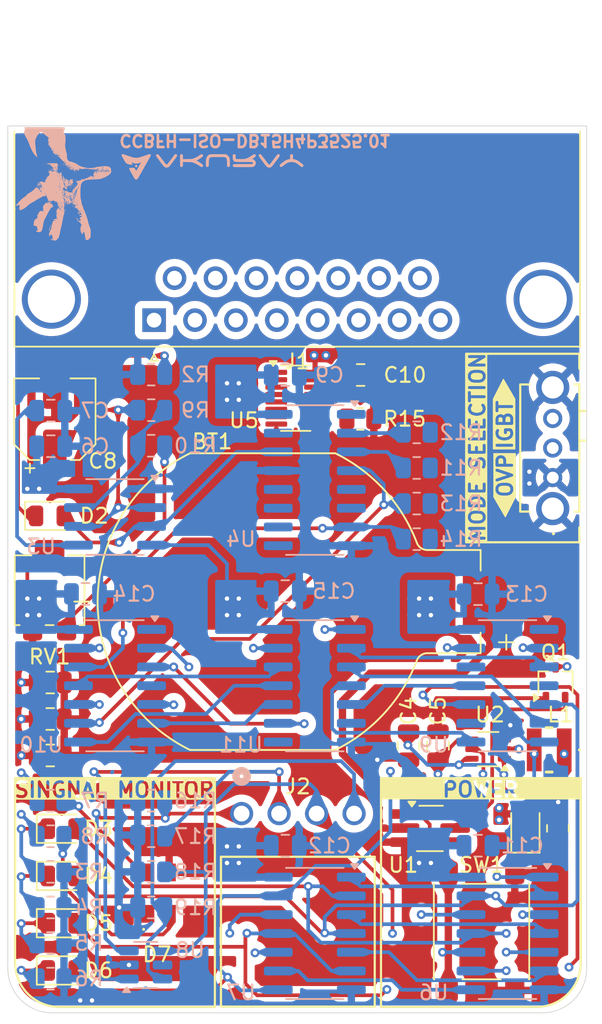
<source format=kicad_pcb>
(kicad_pcb (version 20241229) (generator "pcbnew") (generator_version "9.0")
  (layers (0 "F.Cu" signal) (4 "In1.Cu" signal) (6 "In2.Cu" signal) (2 "B.Cu" signal) (13 "F.Paste" user) (15 "B.Paste" user) (5 "F.SilkS" user "F.Silkscreen") (7 "B.SilkS" user "B.Silkscreen") (1 "F.Mask" user) (3 "B.Mask" user) (25 "Edge.Cuts" user))
  (net 0 "")
  (net 1 "GND")
  (net 2 "VCC")
  (net 3 "Net-(Q1-D)")
  (net 4 "Net-(U3-CV)")
  (net 5 "Net-(U3-THR)")
  (net 6 "Net-(D1-K)")
  (net 7 "CLK")
  (net 8 "Net-(D2-K)")
  (net 9 "Q0")
  (net 10 "Net-(D3-K)")
  (net 11 "Net-(D4-K)")
  (net 12 "Q1")
  (net 13 "Q2")
  (net 14 "Net-(D5-K)")
  (net 15 "Net-(D6-K)")
  (net 16 "Q3")
  (net 17 "Net-(D7-A_RED)")
  (net 18 "Net-(D7-A_GREEN)")
  (net 19 "+BATT")
  (net 20 "Net-(U5-S2B)")
  (net 21 "Net-(U5-S1B)")
  (net 22 "Net-(U5-S1A)")
  (net 23 "Net-(J1-P10)")
  (net 27 "Net-(U2-L)")
  (net 28 "Net-(Q1-S)")
  (net 29 "R")
  (net 30 "G")
  (net 31 "Net-(U3-DIS)")
  (net 32 "Net-(R10-Pad1)")
  (net 33 "Net-(U5-D1)")
  (net 34 "Net-(U5-D2)")
  (net 35 "Net-(U5-D3)")
  (net 36 "Net-(U5-D4)")
  (net 37 "Net-(SW1-B)")
  (net 44 "NOT_S1")
  (net 45 "Net-(U4-Q4)")
  (net 47 "Net-(U6-Pad2)")
  (net 48 "Net-(U6-Pad6)")
  (net 49 "NOT_S0")
  (net 50 "S1")
  (net 51 "S0")
  (net 52 "S2")
  (net 53 "S3")
  (net 54 "NOT_S2")
  (net 55 "NOT_S3")
  (net 56 "Net-(U6-Pad4)")
  (net 57 "Net-(U10-Pad3)")
  (net 58 "Net-(U6-Pad8)")
  (net 60 "Net-(U11-Pad3)")
  (net 61 "Net-(U11-Pad2)")
  (net 62 "Net-(U11-Pad5)")
  (net 63 "Net-(U10-Pad11)")
  (net 64 "Net-(U11-Pad4)")
  (net 65 "Net-(U10-Pad8)")
  (net 66 "Net-(U10-Pad6)")
  (net 67 "Net-(SW2-COM)")
  (net 71 "Net-(J1-P9)")
  (net 73 "Net-(J1-P111)")
  (net 77 "Net-(U8-I{slash}O4)")
  (net 78 "Net-(U8-I{slash}O3)")
  (net 79 "Net-(U8-I{slash}O2)")
  (net 80 "Net-(U8-I{slash}O1)")
  (footprint "Capacitor_SMD:C_0805_2012Metric" (layer "F.Cu") (at 134.74 114.188125)
    (property "Reference" "C3" (hide yes))
    (property "Value" "10u")
  )
  (footprint "Capacitor_SMD:C_0805_2012Metric" (layer "F.Cu") (at 134.74 109.251875)
    (property "Reference" "C1" (hide yes))
    (property "Value" "10u")
  )
  (footprint "Package_TO_SOT_SMD:TSOT-23-6_HandSoldering" (layer "F.Cu") (at 160.45 119.1)
    (property "Reference" "U1")
    (property "Value" "MAX16054AZT_T")
  )
  (footprint "Capacitor_SMD:C_0805_2012Metric" (layer "F.Cu") (at 159.01 113.535 -90)
    (property "Reference" "C4")
    (property "Value" "10u")
  )
  (footprint "Package_TO_SOT_SMD:SOT-323_SC-70" (layer "F.Cu") (at 168.96 109.23 90)
    (property "Reference" "Q1")
    (property "Value" "PMOS")
  )
  (footprint "Connector_Dsub:DSUB-15_Socket_Horizontal_P2.77x2.84mm_EdgePinOffset9.90mm_Housed_MountingHolesOffset11.32mm" (layer "F.Cu") (at 141.775 84.74 180)
    (property "Reference" "J1")
    (property "Value" "DA15_Socket")
  )
  (footprint "Capacitor_SMD:C_0805_2012Metric" (layer "F.Cu") (at 134.74 111.72)
    (property "Reference" "C2" (hide yes))
    (property "Value" "10u")
  )
  (footprint "Connector:CONN_A-7478-04A_MOL" (layer "F.Cu") (at 147.7 118.12)
    (property "Reference" "J2")
    (property "Value" "LEMHAL Header")
  )
  (footprint "LED_SMD:LED_0805_2012Metric" (layer "F.Cu") (at 135.516915 125.535834)
    (property "Reference" "D5")
    (property "Value" "LED")
  )
  (footprint "Package_SO:Texas_DYY0016A_TSOT-23-16_2x4.2mm_P0.5mm" (layer "F.Cu") (at 151.36381 90.02)
    (property "Reference" "U5")
    (property "Value" "TMUX1574DYY")
  )
  (footprint "LED_SMD:AAA3528ESGCT" (layer "F.Cu") (at 142.066915 123.5 -90)
    (property "Reference" "D7")
    (property "Value" "AAA3528ESGCT" (hide yes))
  )
  (footprint "Resistor_SMD:R_0805_2012Metric" (layer "F.Cu") (at 155.74381 91.42)
    (property "Reference" "R15")
    (property "Value" "100k")
  )
  (footprint "LED_SMD:LED_0805_2012Metric" (layer "F.Cu") (at 135.516915 128.731667)
    (property "Reference" "D6")
    (property "Value" "LED")
  )
  (footprint "Resistor_SMD:R_0805_2012Metric" (layer "F.Cu") (at 169.12 119.12 90)
    (property "Reference" "R1" (hide yes))
    (property "Value" "2.2k")
  )
  (footprint "Button_Switch_THT:OS102011MA1QS1" (layer "F.Cu") (at 168.77 95.39 90)
    (property "Reference" "SW2" (hide yes))
    (property "Value" "OS102011MA1QS1" (hide yes))
  )
  (footprint "Connector:KEYSTONE_1070TR" (layer "F.Cu") (at 149.12675 103.78 180)
    (property "Reference" "BT1")
    (property "Value" "1070TR")
  )
  (footprint "Capacitor_SMD:C_0805_2012Metric" (layer "F.Cu") (at 161 113.535 90)
    (property "Reference" "C5")
    (property "Value" "10u")
  )
  (footprint "LED_SMD:LED_0805_2012Metric" (layer "F.Cu") (at 135.516915 122.34)
    (property "Reference" "D4")
    (property "Value" "LED")
  )
  (footprint "LED_SMD:LED_0805_2012Metric" (layer "F.Cu") (at 166.92 119.08 90)
    (property "Reference" "D1" (hide yes))
    (property "Value" "LED")
  )
  (footprint "LED_SMD:LED_0805_2012Metric" (layer "F.Cu") (at 135.516915 119.144167)
    (property "Reference" "D3")
    (property "Value" "LED")
  )
  (footprint "Package_TO_SOT_SMD:Texas_R-PDSO-G6" (layer "F.Cu") (at 164.4 113.76 180)
    (property "Reference" "U2")
    (property "Value" "TPS61221DCK")
  )
  (footprint "Button_Switch_SMD:SW_SPST_PTS645Sx43SMTR92" (layer "F.Cu") (at 163.949921 126.1 -90)
    (property "Reference" "SW1")
    (property "Value" "SW_SPST")
  )
  (footprint "Capacitor_SMD:C_0805_2012Metric" (layer "F.Cu") (at 155.76381 88.45)
    (property "Reference" "C10")
    (property "Value" "100n")
  )
  (footprint "Capacitor_SMD:CP_Elec_5x4.5" (layer "F.Cu") (at 135.05 91.44 90)
    (property "Reference" "C8")
    (property "Value" "4.7u")
  )
  (footprint "Potentiometer_SMD:Potentiometer_Bourns_3314G_Vertical" (layer "F.Cu") (at 134.7 103.01 180)
    (property "Reference" "RV1")
    (property "Value" "100k")
  )
  (footprint "Inductor_SMD:EPL3015472MLC" (layer "F.Cu") (at 168.53 113.81 180)
    (property "Reference" "L1")
    (property "Value" "4.7u" (hide yes))
  )
  (footprint "LED_SMD:LED_0805_2012Metric" (layer "F.Cu") (at 134.72 97.98)
    (property "Reference" "D2")
    (property "Value" "Y LED")
  )
  (footprint "Package_SO:SOIC-16_3.9x9.9mm_P1.27mm" (layer "B.Cu") (at 152.656845 95.555 180)
    (property "Reference" "U4")
    (property "Value" "4017")
  )
  (footprint "Package_SO:SOIC-14_3.9x8.7mm_P1.27mm" (layer "B.Cu") (at 165.71 109.47 180)
    (property "Reference" "U9")
    (property "Value" "7408")
  )
  (footprint "Capacitor_SMD:C_0805_2012Metric" (layer "B.Cu") (at 134.78 90.858125)
    (property "Reference" "C7")
    (property "Value" "10n")
  )
  (footprint "Symbol:akuray logo (miniature)" (layer "B.Cu") (at 140.565 74.369948)
    (property "Reference" "G***" (hide yes))
    (property "Value" "LOGO" (hide yes))
  )
  (footprint "Capacitor_SMD:C_0805_2012Metric" (layer "B.Cu") (at 150.656845 120.29)
    (property "Reference" "C12")
    (property "Value" "100n")
  )
  (footprint "Resistor_SMD:R_0805_2012Metric" (layer "B.Cu") (at 159.56 99.555)
    (property "Reference" "R14")
    (property "Value" "1k")
  )
  (footprint "Capacitor_SMD:C_0805_2012Metric" (layer "B.Cu") (at 163.71 103.2725)
    (property "Reference" "C13")
    (property "Value" "100n")
  )
  (footprint "Package_TO_SOT_SMD:SOT-23-6" (layer "B.Cu") (at 141.21 128.36)
    (property "Reference" "U8")
    (property "Value" "USBLC6-4SC6")
  )
  (footprint "Package_SO:SOIC-14_3.9x8.7mm_P1.27mm" (layer "B.Cu") (at 165.71 126.2275 180)
    (property "Reference" "U6")
    (property "Value" "74HC14")
  )
  (footprint "Resistor_SMD:R_0805_2012Metric" (layer "B.Cu") (at 141.58 90.828125)
    (property "Reference" "R9")
    (property "Value" "10k")
  )
  (footprint "Resistor_SMD:R_0805_2012Metric" (layer "B.Cu") (at 134.76 119.6525 180)
    (property "Reference" "R8")
    (property "Value" "2.2k")
  )
  (footprint "Resistor_SMD:R_0805_2012Metric" (layer "B.Cu") (at 141.58 124.46875 180)
    (property "Reference" "R19")
    (property "Value" "100k")
  )
  (footprint "Resistor_SMD:R_0805_2012Metric" (layer "B.Cu") (at 134.76 124.46875)
    (property "Reference" "R4")
    (property "Value" "2.2k")
  )
  (footprint "Capacitor_SMD:C_0805_2012Metric" (layer "B.Cu") (at 150.656845 103.07)
    (property "Reference" "C15")
    (property "Value" "100n")
  )
  (footprint "Capacitor_SMD:C_0805_2012Metric" (layer "B.Cu") (at 134.78 93.26625)
    (property "Reference" "C6")
    (property "Value" "100n")
  )
  (footprint "Resistor_SMD:R_0805_2012Metric" (layer "B.Cu") (at 134.76 126.876875)
    (property "Reference" "R5")
    (property "Value" "2.2k")
  )
  (footprint "Resistor_SMD:R_0805_2012Metric" (layer "B.Cu") (at 159.56 92.330625)
    (property "Reference" "R12")
    (property "Value" "1k")
  )
  (footprint "Capacitor_SMD:C_0805_2012Metric" (layer "B.Cu") (at 137.1275 103.26)
    (property "Reference" "C14")
    (property "Value" "100n")
  )
  (footprint "Package_SO:SOIC-14_3.9x8.7mm_P1.27mm" (layer "B.Cu") (at 152.656845 109.47 180)
    (property "Reference" "U11")
    (property "Value" "4072")
  )
  (footprint "Resistor_SMD:R_0805_2012Metric" (layer "B.Cu") (at 134.76 129.285)
    (property "Reference" "R6")
    (property "Value" "2.2k")
  )
  (footprint "Resistor_SMD:R_0805_2012Metric" (layer "B.Cu") (at 159.56 94.73875)
    (property "Reference" "R11")
    (property "Value" "1k")
  )
  (footprint "Capacitor_SMD:C_0805_2012Metric" (layer "B.Cu") (at 150.656845 88.45)
    (property "Reference" "C9")
    (property "Value" "100n")
  )
  (footprint "Package_SO:SOIC-14_3.9x8.7mm_P1.27mm" (layer "B.Cu") (at 152.656845 126.2275 180)
    (property "Reference" "U7")
    (property "Value" "74HC14")
  )
  (footprint "Resistor_SMD:R_0805_2012Metric" (layer "B.Cu") (at 159.56 97.146875)
    (property "Reference" "R13")
    (property "Value" "1k")
  )
  (footprint "Resistor_SMD:R_0805_2012Metric" (layer "B.Cu") (at 141.58 119.6525 180)
    (property "Reference" "R17")
    (property "Value" "100k")
  )
  (footprint "Symbol:akuray (miniature)" (layer "B.Cu") (at 146.89 73.97)
    (property "Reference" "G***" (hide yes))
    (property "Value" "LOGO" (hide yes))
  )
  (footprint "Resistor_SMD:R_0805_2012Metric" (layer "B.Cu") (at 134.76 117.244375 180)
    (property "Reference" "R7")
    (property "Value" "2.7k")
  )
  (footprint "Package_SO:SOIC-8_3.9x4.9mm_P1.27mm" (layer "B.Cu") (at 139.1275 98.055 180)
    (property "Reference" "U3")
    (property "Value" "ICM7555xB")
  )
  (footprint "Resistor_SMD:R_0805_2012Metric" (layer "B.Cu") (at 141.58 117.244375 180)
    (property "Reference" "R16")
    (property "Value" "100k")
  )
  (footprint "Package_SO:SOIC-14_3.9x8.7mm_P1.27mm" (layer "B.Cu") (at 139.1275 109.47 180)
    (property "Reference" "U10")
    (property "Value" "7408")
  )
  (footprint "Resistor_SMD:R_0805_2012Metric" (layer "B.Cu") (at 141.58 88.42 180)
    (property "Reference" "R2")
    (property "Value" "2.7k")
  )
  (footprint "Capacitor_SMD:C_0805_2012Metric" (layer "B.Cu") (at 163.71 120.29)
    (property "Reference" "C11")
    (property "Value" "100n")
  )
  (footprint "Resistor_SMD:R_0805_2012Metric" (layer "B.Cu") (at 141.58 93.23625 180)
    (property "Reference" "R10")
    (property "Value" "10k")
  )
  (footprint "Resistor_SMD:R_0805_2012Metric" (layer "B.Cu") (at 141.58 122.060625 180)
    (property "Reference" "R18")
    (property "Value" "100k")
  )
  (footprint "Resistor_SMD:R_0805_2012Metric" (layer "B.Cu") (at 134.76 122.060625)
    (property "Reference" "R3")
    (property "Value" "2.2k")
  )
  (footprint "Symbol:Hand logo 10x10" (layer "B.Cu") (at 135.644424 75.52)
    (property "Reference" "G***" (hide yes))
    (property "Value" "LOGO" (hide yes))
  )
  (gr_line (start 132.36132 115.72) (end 132.36132 128.2) (stroke (width 0.15)) (layer "F.SilkS"))
  (gr_line (start 145.89132 131.2) (end 145.89132 115.72) (stroke (width 0.15)) (layer "F.SilkS"))
  (gr_poly (pts (xy 164.752032 90.076832) (xy 166.20308 90.076832) (xy 165.429636 88.746798)) (stroke (width 0.075)) (fill yes) (layer "F.SilkS"))
  (gr_rect (start 164.752032 90.076832) (end 166.20308 93.450447) (stroke (width 0.075)) (fill no) (layer "F.SilkS"))
  (gr_arc (start 135.36132 131.2) (mid 133.239987 130.321327) (end 132.36132 128.2) (stroke (width 0.15)) (layer "F.SilkS"))
  (gr_line (start 167.671154 131.2) (end 157.141154 131.2) (stroke (width 0.15)) (layer "F.SilkS"))
  (gr_line (start 162.91 99.765) (end 170.57 99.765) (stroke (width 0.15)) (layer "F.SilkS"))
  (gr_line (start 170.671154 115.72) (end 170.671154 128.2) (stroke (width 0.15)) (layer "F.SilkS"))
  (gr_rect (start 164.786508 93.769554) (end 166.237556 96.703169) (stroke (width 0.075)) (fill no) (layer "F.SilkS"))
  (gr_line (start 170.57 88.015) (end 170.57 87.015) (stroke (width 0.15)) (layer "F.SilkS"))
  (gr_line (start 162.91 87.015) (end 162.91 99.765) (stroke (width 0.15)) (layer "F.SilkS"))
  (gr_arc (start 170.671154 128.2) (mid 169.792472 130.321304) (end 167.671154 131.2) (stroke (width 0.15)) (layer "F.SilkS"))
  (gr_poly (pts (xy 166.237556 96.703169) (xy 164.786508 96.703169) (xy 165.559952 98.033203)) (stroke (width 0.075)) (fill yes) (layer "F.SilkS"))
  (gr_line (start 145.89132 115.72) (end 132.36132 115.72) (stroke (width 0.15)) (layer "F.SilkS"))
  (gr_line (start 135.36132 131.2) (end 145.89132 131.2) (stroke (width 0.15)) (layer "F.SilkS"))
  (gr_line (start 170.57 99.765) (end 170.57 98.765) (stroke (width 0.15)) (layer "F.SilkS"))
  (gr_line (start 157.141154 131.2) (end 157.141154 115.72) (stroke (width 0.15)) (layer "F.SilkS"))
  (gr_poly (pts (xy 166.370211 115.7) (xy 170.640211 115.7) (xy 170.640211 117.16) (xy 166.370211 117.16)) (fill yes) (layer "F.SilkS"))
  (gr_line (start 157.141154 115.72) (end 170.671154 115.72) (stroke (width 0.15)) (layer "F.SilkS"))
  (gr_poly (pts (xy 157.13 115.67) (xy 161.23 115.67) (xy 161.23 117.13) (xy 157.13 117.13)) (fill yes) (layer "F.SilkS"))
  (gr_line (start 162.91 87.015) (end 170.57 87.015) (stroke (width 0.15)) (layer "F.SilkS"))
  (gr_arc (start 171.07 128.6) (mid 170.19132 130.72132) (end 168.07 131.6) (stroke (width 0.05)) (layer "Edge.Cuts"))
  (gr_arc (start 134.87 131.6) (mid 132.74868 130.72132) (end 131.87 128.6) (stroke (width 0.05)) (layer "Edge.Cuts"))
  (gr_line (start 168.07 131.6) (end 134.87 131.6) (stroke (width 0.05)) (layer "Edge.Cuts"))
  (gr_line (start 131.87 71.6) (end 131.87 128.6) (stroke (width 0.05)) (layer "Edge.Cuts"))
  (gr_line (start 171.07 71.6) (end 131.87 71.6) (stroke (width 0.05)) (layer "Edge.Cuts"))
  (gr_line (start 171.07 71.6) (end 171.07 128.6) (stroke (width 0.05)) (layer "Edge.Cuts"))
  (gr_text "SINGNAL MONITOR" (at 132.20632 117.1 0) (layer "F.SilkS" knockout) (effects (font (size 1 1) (thickness 0.2) (bold yes)) (justify left bottom)))
  (gr_text "--.-POWER.........\n" (at 157.001154 117.08 0) (layer "F.SilkS" knockout) (effects (font (size 1 1) (thickness 0.2) (bold yes)) (justify left bottom)))
  (gr_text "MODE SELECTION" (at 164.26 99.86 90) (layer "F.SilkS" knockout) (effects (font (size 1 1) (thickness 0.2) (bold yes)) (justify left bottom)))
  (gr_text "IGBT" (at 166.127556 93.573169 90) (layer "F.SilkS" knockout) (effects (font (size 1 1) (thickness 0.2) (bold yes)) (justify left bottom)))
  (gr_text "OVP" (at 166.127556 96.829554 90) (layer "F.SilkS" knockout) (effects (font (size 1 1) (thickness 0.2) (bold yes)) (justify left bottom)))
  (gr_text "CCBFH-ISO-DB15H4P3525.01" (at 139.323873 72.119948 180) (layer "B.SilkS") (effects (font (size 0.8 0.8) (thickness 0.18) (bold yes)) (justify left bottom mirror)))
  (segment (start 165.51 112.53) (end 165.51 113.1) (width 0.25) (layer "F.Cu") (net 1))
  (segment (start 139.41 124.49) (end 139.41 124.46875) (width 0.25) (layer "F.Cu") (net 1))
  (segment (start 139.41 124.46875) (end 139.41 124.71) (width 0.25) (layer "F.Cu") (net 1))
  (segment (start 169.12 117.36) (end 169.14 117.34) (width 0.25) (layer "F.Cu") (net 1))
  (segment (start 169.12 118.2075) (end 169.12 117.36) (width 0.25) (layer "F.Cu") (net 1))
  (segment (start 159.01 114.485) (end 156.895 114.485) (width 0.25) (layer "F.Cu") (net 1))
  (segment (start 139.41 124.71) (end 139.6 124.9) (width 0.25) (layer "F.Cu") (net 1))
  (segment (start 156.895 114.485) (end 156.89 114.48) (width 0.25) (layer "F.Cu") (net 1))
  (segment (start 165.9 112.14) (end 165.51 112.53) (width 0.25) (layer "F.Cu") (net 1))
  (segment (start 165.51 113.1) (end 165.5 113.11) (width 0.25) (layer "F.Cu") (net 1))
  (segment (start 139.6 124.9) (end 141.341915 124.9) (width 0.25) (layer "F.Cu") (net 1))
  (via (at 140.0725 128.36) (size 0.6) (drill 0.3) (layers "F.Cu" "B.Cu") (net 1))
  (via (at 137.57 130.76) (size 0.6) (drill 0.3) (layers "F.Cu" "B.Cu") (net 1))
  (via (at 156.89 114.48) (size 0.6) (drill 0.3) (layers "F.Cu" "B.Cu") (net 1))
  (via (at 136.770001 130.76) (size 0.6) (drill 0.3) (layers "F.Cu" "B.Cu") (net 1))
  (via (at 169.14 117.34) (size 0.6) (drill 0.3) (layers "F.Cu" "B.Cu") (net 1))
  (via (at 165.9 112.14) (size 0.6) (drill 0.3) (layers "F.Cu" "B.Cu") (net 1))
  (via (at 139.41 124.46875) (size 0.6) (drill 0.3) (layers "F.Cu" "B.Cu") (net 1))
  (segment (start 167.04 113.28) (end 165.9 112.14) (width 0.25) (layer "B.Cu") (net 1))
  (segment (start 168.185 113.28) (end 167.04 113.28) (width 0.25) (layer "B.Cu") (net 1))
  (segment (start 134.7 100.26) (end 133.19 101.77) (width 0.25) (layer "F.Cu") (net 2))
  (segment (start 161 114.485) (end 161 115.45) (width 0.25) (layer "F.Cu") (net 2))
  (segment (start 163.3 113.11) (end 162.375 113.11) (width 0.25) (layer "F.Cu") (net 2))
  (segment (start 165.959999 113.75) (end 165.949999 113.76) (width 0.25) (layer "F.Cu") (net 2))
  (segment (start 165.949999 113.76) (end 165.5 113.76) (width 0.25) (layer "F.Cu") (net 2))
  (segment (start 166.48 113.75) (end 165.959999 113.75) (width 0.25) (layer "F.Cu") (net 2))
  (segment (start 166.520001 118.542499) (end 166.92 118.1425) (width 0.2) (layer "F.Cu") (net 2))
  (segment (start 133.19 101.77) (end 133.19 103.575) (width 0.25) (layer "F.Cu") (net 2))
  (segment (start 162.375 113.11) (end 161 114.485) (width 0.25) (layer "F.Cu") (net 2))
  (via (at 160.519999 103.575) (size 0.6) (drill 0.3) (layers "F.Cu" "B.Cu") (net 2))
  (via (at 147.509999 103.575) (size 0.6) (drill 0.3) (layers "F.Cu" "B.Cu") (net 2))
  (via (at 133.989999 104.695) (size 0.6) (drill 0.3) (layers "F.Cu" "B.Cu") (net 2))
  (via (at 133.19 103.575) (size 0.6) (drill 0.3) (layers "F.Cu" "B.Cu") (net 2))
  (via (at 132.78 109.251875) (size 0.6) (drill 0.3) (layers "F.Cu" "B.Cu") (net 2))
  (via (at 159.72 104.695) (size 0.6) (drill 0.3) (layers "F.Cu" "B.Cu") (net 2))
  (via (at 133.19 96.15) (size 0.6) (drill 0.3) (layers "F.Cu" "B.Cu") (net 2))
  (via (at 146.710001 89.01) (size 0.6) (drill 0.3) (layers "F.Cu" "B.Cu") (net 2))
  (via (at 159.72 121.46) (size 0.6) (drill 0.3) (layers "F.Cu" "B.Cu") (net 2))
  (via (at 133.989999 103.575) (size 0.6) (drill 0.3) (layers "F.Cu" "B.Cu") (net 2))
  (via (at 152.610001 87.12) (size 0.6) (drill 0.3) (layers "F.Cu" "B.Cu") (net 2))
  (via (at 167.19 94.99) (size 0.6) (drill 0.3) (layers "F.Cu" "B.Cu") (net 2))
  (via (at 146.71 103.575) (size 0.6) (drill 0.3) (layers "F.Cu" "B.Cu") (net 2))
  (via (at 166.48 113.75) (size 0.6) (drill 0.3) (layers "F.Cu" "B.Cu") (net 2))
  (via (at 165.14 118.542499) (size 0.6) (drill 0.3) (layers "F.Cu" "B.Cu") (net 2))
  (via (at 160.519999 104.695) (size 0.6) (drill 0.3) (layers "F.Cu" "B.Cu") (net 2))
  (via (at 153.41 87.12) (size 0.6) (drill 0.3) (layers "F.Cu" "B.Cu") (net 2))
  (via (at 159.72 103.575) (size 0.6) (drill 0.3) (layers "F.Cu" "B.Cu") (net 2))
  (via (at 165.14 117.7425) (size 0.6) (drill 0.3) (layers "F.Cu" "B.Cu") (net 2))
  (via (at 146.71 121.46) (size 0.6) (drill 0.3) (layers "F.Cu" "B.Cu") (net 2))
  (via (at 146.710001 90.13) (size 0.6) (drill 0.3) (layers "F.Cu" "B.Cu") (net 2))
  (via (at 161 115.45) (size 0.6) (drill 0.3) (layers "F.Cu" "B.Cu") (net 2))
  (via (at 147.509999 121.46) (size 0.6) (drill 0.3) (layers "F.Cu" "B.Cu") (net 2))
  (via (at 147.509999 120.34) (size 0.6) (drill 0.3) (layers "F.Cu" "B.Cu") (net 2))
  (via (at 146.71 120.34) (size 0.6) (drill 0.3) (layers "F.Cu" "B.Cu") (net 2))
  (via (at 147.509999 104.695) (size 0.6) (drill 0.3) (layers "F.Cu" "B.Cu") (net 2))
  (via (at 133.989999 96.15) (size 0.6) (drill 0.3) (layers "F.Cu" "B.Cu") (net 2))
  (via (at 147.51 89.01) (size 0.6) (drill 0.3) (layers "F.Cu" "B.Cu") (net 2))
  (via (at 147.51 90.13) (size 0.6) (drill 0.3) (layers "F.Cu" "B.Cu") (net 2))
  (via (at 167.19 95.789999) (size 0.6) (drill 0.3) (layers "F.Cu" "B.Cu") (net 2))
  (via (at 133.19 104.695) (size 0.6) (drill 0.3) (layers "F.Cu" "B.Cu") (net 2))
  (via (at 146.71 104.695) (size 0.6) (drill 0.3) (layers "F.Cu" "B.Cu") (net 2))
  (via (at 132.78 111.72) (size 0.6) (drill 0.3) (layers "F.Cu" "B.Cu") (net 2))
  (via (at 132.78 114.188125) (size 0.6) (drill 0.3) (layers "F.Cu" "B.Cu") (net 2))
  (via (at 160.519999 121.46) (size 0.6) (drill 0.3) (layers "F.Cu" "B.Cu") (net 2))
  (segment (start 145.46 99.96) (end 146.71 101.21) (width 0.25) (layer "B.Cu") (net 2))
  (segment (start 141.6025 99.96) (end 145.46 99.96) (width 0.25) (layer "B.Cu") (net 2))
  (segment (start 146.71 101.21) (end 146.71 103.575) (width 0.25) (layer "B.Cu") (net 2))
  (segment (start 169.74 108.17) (end 169.02 108.17) (width 0.25) (layer "F.Cu") (net 3))
  (segment (start 169.545 114.19) (end 169.545 113.81) (width 0.25) (layer "F.Cu") (net 3))
  (segment (start 158.96 113.485) (end 158.96 112.635) (width 0.25) (layer "F.Cu") (net 3))
  (segment (start 169.545 116.205) (end 169.545 114.19) (width 0.25) (layer "F.Cu") (net 3))
  (segment (start 162.834 114.41) (end 162.42 114.824) (width 0.25) (layer "F.Cu") (net 3))
  (segment (start 169.13 116.63) (end 169.13 116.62) (width 0.25) (layer "F.Cu") (net 3))
  (segment (start 169.13 116.62) (end 169.545 116.205) (width 0.25) (layer "F.Cu") (net 3))
  (segment (start 158.96 112.635) (end 159.01 112.585) (width 0.25) (layer "F.Cu") (net 3))
  (segment (start 165.46 115.48) (end 165.46 116.38) (width 0.25) (layer "F.Cu") (net 3))
  (segment (start 165.71 116.63) (end 169.13 116.63) (width 0.25) (layer "F.Cu") (net 3))
  (segment (start 169.02 108.17) (end 168.96 108.23) (width 0.25) (layer "F.Cu") (net 3))
  (segment (start 165.46 114.45) (end 165.46 115.48) (width 0.25) (layer "F.Cu") (net 3))
  (segment (start 163.3 114.41) (end 162.834 114.41) (width 0.25) (layer "F.Cu") (net 3))
  (segment (start 165.5 114.41) (end 165.46 114.45) (width 0.25) (layer "F.Cu") (net 3))
  (segment (start 165.46 116.38) (end 165.71 116.63) (width 0.25) (layer "F.Cu") (net 3))
  (via (at 165.46 115.48) (size 0.6) (drill 0.3) (layers "F.Cu" "B.Cu") (net 3))
  (via (at 169.74 108.17) (size 0.6) (drill 0.3) (layers "F.Cu" "B.Cu") (net 3))
  (via (at 158.96 113.485) (size 0.6) (drill 0.3) (layers "F.Cu" "B.Cu") (net 3))
  (via (at 162.42 114.824) (size 0.6) (drill 0.3) (layers "F.Cu" "B.Cu") (net 3))
  (via (at 169.545 114.08) (size 0.6) (drill 0.3) (layers "F.Cu" "B.Cu") (net 3))
  (segment (start 165.46 115.48) (end 164.804 114.824) (width 0.25) (layer "B.Cu") (net 3))
  (segment (start 164.804 114.824) (end 162.42 114.824) (width 0.25) (layer "B.Cu") (net 3))
  (segment (start 160.299 114.824) (end 158.96 113.485) (width 0.25) (layer "B.Cu") (net 3))
  (segment (start 162.42 114.824) (end 160.299 114.824) (width 0.25) (layer "B.Cu") (net 3))
  (segment (start 133.83 90.858125) (end 133.081875 90.858125) (width 0.25) (layer "B.Cu") (net 4))
  (segment (start 132.496 91.444) (end 132.496 99.366) (width 0.25) (layer "B.Cu") (net 4))
  (segment (start 132.496 99.366) (end 133.09 99.96) (width 0.25) (layer "B.Cu") (net 4))
  (segment (start 133.081875 90.858125) (end 132.496 91.444) (width 0.25) (layer "B.Cu") (net 4))
  (segment (start 133.09 99.96) (end 136.6525 99.96) (width 0.25) (layer "B.Cu") (net 4))
  (segment (start 135.05 93.64) (end 137.88 90.81) (width 0.25) (layer "F.Cu") (net 5))
  (segment (start 139.34 90.81) (end 139.34 97.42) (width 0.25) (layer "F.Cu") (net 5))
  (segment (start 137.88 90.81) (end 139.43 90.81) (width 0.25) (layer "F.Cu") (net 5))
  (via (at 139.34 97.42) (size 0.6) (drill 0.3) (layers "F.Cu" "B.Cu") (net 5))
  (via (at 139.34 90.81) (size 0.6) (drill 0.3) (layers "F.Cu" "B.Cu") (net 5))
  (segment (start 139.34 97.42) (end 141.6025 97.42) (width 0.25) (layer "B.Cu") (net 5))
  (segment (start 138.07 98.69) (end 139.34 97.42) (width 0.25) (layer "B.Cu") (net 5))
  (segment (start 136.6525 98.69) (end 138.07 98.69) (width 0.25) (layer "B.Cu") (net 5))
  (segment (start 140.649375 90.81) (end 139.43 90.81) (width 0.25) (layer "B.Cu") (net 5))
  (segment (start 139.34 97.42) (end 139.26 97.5) (width 0.25) (layer "B.Cu") (net 5))
  (segment (start 140.6675 90.828125) (end 140.649375 90.81) (width 0.25) (layer "B.Cu") (net 5))
  (segment (start 166.92 120.0175) (end 169.105 120.0175) (width 0.25) (layer "F.Cu") (net 6))
  (segment (start 169.105 120.0175) (end 169.12 120.0325) (width 0.25) (layer "F.Cu") (net 6))
  (segment (start 135.6575 97.98) (end 137.4575 99.78) (width 0.25) (layer "F.Cu") (net 7))
  (segment (start 137.4575 99.78) (end 139.41 99.78) (width 0.25) (layer "F.Cu") (net 7))
  (via (at 139.41 99.78) (size 0.6) (drill 0.3) (layers "F.Cu" "B.Cu") (net 7))
  (segment (start 142.33 98.69) (end 147.37 93.65) (width 0.25) (layer "B.Cu") (net 7))
  (segment (start 141.6025 98.69) (end 140.5 98.69) (width 0.25) (layer "B.Cu") (net 7))
  (segment (start 141.6025 98.69) (end 142.33 98.69) (width 0.25) (layer "B.Cu") (net 7))
  (segment (start 140.5 98.69) (end 139.41 99.78) (width 0.25) (layer "B.Cu") (net 7))
  (segment (start 147.37 93.65) (end 150.181845 93.65) (width 0.25) (layer "B.Cu") (net 7))
  (segment (start 132.564 97.364) (end 132.564 87.816) (width 0.25) (layer "F.Cu") (net 8))
  (segment (start 133.18 97.98) (end 132.564 97.364) (width 0.25) (layer "F.Cu") (net 8))
  (segment (start 132.564 87.816) (end 133.23 87.15) (width 0.25) (layer "F.Cu") (net 8))
  (segment (start 133.23 87.15) (end 142.48 87.15) (width 0.25) (layer "F.Cu") (net 8))
  (segment (start 133.7825 97.98) (end 133.18 97.98) (width 0.25) (layer "F.Cu") (net 8))
  (via (at 142.48 87.15) (size 0.6) (drill 0.3) (layers "F.Cu" "B.Cu") (net 8))
  (segment (start 142.4925 88.42) (end 142.4925 87.1625) (width 0.25) (layer "B.Cu") (net 8))
  (segment (start 142.4925 87.1625) (end 142.48 87.15) (width 0.25) (layer "B.Cu") (net 8))
  (segment (start 155.131845 93.65) (end 157.55875 93.65) (width 0.25) (layer "B.Cu") (net 9))
  (segment (start 157.55875 93.65) (end 158.6475 94.73875) (width 0.25) (layer "B.Cu") (net 9))
  (segment (start 132.850258 119.144167) (end 132.835353 119.159072) (width 0.25) (layer "F.Cu") (net 10))
  (segment (start 134.579415 119.144167) (end 132.850258 119.144167) (width 0.25) (layer "F.Cu") (net 10))
  (via (at 132.78 119.159072) (size 0.6) (drill 0.3) (layers "F.Cu" "B.Cu") (net 10))
  (segment (start 132.78 120.993125) (end 132.78 119.159072) (width 0.25) (layer "B.Cu") (net 10))
  (segment (start 133.8475 122.060625) (end 132.78 120.993125) (width 0.25) (layer "B.Cu") (net 10))
  (segment (start 132.72 122.34) (end 132.67 122.39) (width 0.25) (layer "F.Cu") (net 11))
  (segment (start 134.579415 122.34) (end 132.72 122.34) (width 0.25) (layer "F.Cu") (net 11))
  (via (at 132.78 122.39) (size 0.6) (drill 0.3) (layers "F.Cu" "B.Cu") (net 11))
  (segment (start 133.8475 124.46875) (end 132.78 123.40125) (width 0.25) (layer "B.Cu") (net 11))
  (segment (start 132.78 123.40125) (end 132.78 122.39) (width 0.25) (layer "B.Cu") (net 11))
  (segment (start 158.598125 92.38) (end 158.6475 92.330625) (width 0.25) (layer "B.Cu") (net 12))
  (segment (start 155.131845 92.38) (end 158.598125 92.38) (width 0.25) (layer "B.Cu") (net 12))
  (segment (start 138.07 111.96) (end 143.726 106.304) (width 0.25) (layer "F.Cu") (net 13))
  (segment (start 148.256 106.304) (end 157.33 97.23) (width 0.25) (layer "F.Cu") (net 13))
  (segment (start 143.726 106.304) (end 148.256 106.304) (width 0.25) (layer "F.Cu") (net 13))
  (via (at 157.33 97.23) (size 0.6) (drill 0.3) (layers "F.Cu" "B.Cu") (net 13))
  (via (at 138.07 111.96) (size 0.6) (drill 0.3) (layers "F.Cu" "B.Cu") (net 13))
  (segment (start 138.02 112.01) (end 138.07 111.96) (width 0.25) (layer "B.Cu") (net 13))
  (segment (start 155.131845 94.92) (end 156.405312 94.92) (width 0.25) (layer "B.Cu") (net 13))
  (segment (start 158.6475 97.146875) (end 157.413125 97.146875) (width 0.25) (layer "B.Cu") (net 13))
  (segment (start 157.413125 97.146875) (end 157.33 97.23) (width 0.25) (layer "B.Cu") (net 13))
  (segment (start 157.33 95.844688) (end 157.33 97.23) (width 0.25) (layer "B.Cu") (net 13))
  (segment (start 136.6525 112.01) (end 138.02 112.01) (width 0.25) (layer "B.Cu") (net 13))
  (segment (start 156.405312 94.92) (end 157.33 95.844688) (width 0.25) (layer "B.Cu") (net 13))
  (segment (start 134.579415 125.535834) (end 133.014166 125.535834) (width 0.25) (layer "F.Cu") (net 14))
  (segment (start 133.014166 125.535834) (end 132.99 125.56) (width 0.25) (layer "F.Cu") (net 14))
  (via (at 132.78 125.56) (size 0.6) (drill 0.3) (layers "F.Cu" "B.Cu") (net 14))
  (segment (start 132.78 126.27) (end 132.78 125.56) (width 0.25) (layer "B.Cu") (net 14))
  (segment (start 133.386875 126.876875) (end 132.78 126.27) (width 0.25) (layer "B.Cu") (net 14))
  (segment (start 133.8475 126.876875) (end 133.386875 126.876875) (width 0.25) (layer "B.Cu") (net 14))
  (segment (start 132.991667 128.731667) (end 132.98 128.72) (width 0.25) (layer "F.Cu") (net 15))
  (segment (start 134.579415 128.731667) (end 132.991667 128.731667) (width 0.25) (layer "F.Cu") (net 15))
  (via (at 132.78 128.72) (size 0.6) (drill 0.3) (layers "F.Cu" "B.Cu") (net 15))
  (segment (start 133.8475 129.285) (end 133.345 129.285) (width 0.25) (layer "B.Cu") (net 15))
  (segment (start 133.345 129.285) (end 132.78 128.72) (width 0.25) (layer "B.Cu") (net 15))
  (segment (start 143.41 98.82) (end 153.18 98.82) (width 0.25) (layer "F.Cu") (net 16))
  (segment (start 139.66 102.57) (end 143.41 98.82) (width 0.25) (layer "F.Cu") (net 16))
  (segment (start 139.66 105.9) (end 139.66 102.57) (width 0.25) (layer "F.Cu") (net 16))
  (via (at 139.66 105.9) (size 0.6) (drill 0.3) (layers "F.Cu" "B.Cu") (net 16))
  (via (at 153.18 98.82) (size 0.6) (drill 0.3) (layers "F.Cu" "B.Cu") (net 16))
  (segment (start 155.131845 98.73) (end 157.8225 98.73) (width 0.25) (layer "B.Cu") (net 16))
  (segment (start 153.18 98.82) (end 155.041845 98.82) (width 0.25) (layer "B.Cu") (net 16))
  (segment (start 138.38 108.2) (end 136.6525 108.2) (width 0.25) (layer "B.Cu") (net 16))
  (segment (start 157.8225 98.73) (end 158.6475 99.555) (width 0.25) (layer "B.Cu") (net 16))
  (segment (start 155.041845 98.82) (end 155.131845 98.73) (width 0.25) (layer "B.Cu") (net 16))
  (segment (start 139.66 106.92) (end 138.38 108.2) (width 0.25) (layer "B.Cu") (net 16))
  (segment (start 139.66 105.9) (end 139.66 106.92) (width 0.25) (layer "B.Cu") (net 16))
  (segment (start 136.67 117.815298) (end 136.67 117.62) (width 0.25) (layer "F.Cu") (net 17))
  (segment (start 141.341915 122.1) (end 140.954702 122.1) (width 0.25) (layer "F.Cu") (net 17))
  (segment (start 140.954702 122.1) (end 136.67 117.815298) (width 0.25) (layer "F.Cu") (net 17))
  (via (at 136.67 117.62) (size 0.6) (drill 0.3) (layers "F.Cu" "B.Cu") (net 17))
  (segment (start 136.048125 117.62) (end 135.6725 117.244375) (width 0.25) (layer "B.Cu") (net 17))
  (segment (start 136.67 117.62) (end 136.048125 117.62) (width 0.25) (layer "B.Cu") (net 17))
  (segment (start 142.791915 125.878085) (end 142.37 126.3) (width 0.25) (layer "F.Cu") (net 18))
  (segment (start 138.901913 126.3) (end 135.59 122.988087) (width 0.25) (layer "F.Cu") (net 18))
  (segment (start 142.791915 124.9) (end 142.791915 125.878085) (width 0.25) (layer "F.Cu") (net 18))
  (segment (start 142.37 126.3) (end 138.901913 126.3) (width 0.25) (layer "F.Cu") (net 18))
  (segment (start 135.59 122.988087) (end 135.59 120.84) (width 0.25) (layer "F.Cu") (net 18))
  (via (at 135.59 120.84) (size 0.6) (drill 0.3) (layers "F.Cu" "B.Cu") (net 18))
  (segment (start 135.59 119.735) (end 135.6725 119.6525) (width 0.25) (layer "B.Cu") (net 18))
  (segment (start 135.59 120.84) (end 135.59 119.735) (width 0.25) (layer "B.Cu") (net 18))
  (segment (start 157.33 116.87) (end 161.63 116.87) (width 0.5) (layer "F.Cu") (net 19))
  (segment (start 164.50675 103.78) (end 164.50675 106.84325) (width 0.5) (layer "F.Cu") (net 19))
  (segment (start 164.50675 106.84325) (end 162.73 108.62) (width 0.5) (layer "F.Cu") (net 19))
  (segment (start 154.53 110.49) (end 154.53 114.07) (width 0.5) (layer "F.Cu") (net 19))
  (segment (start 156.4 108.62) (end 154.53 110.49) (width 0.5) (layer "F.Cu") (net 19))
  (segment (start 162.73 108.62) (end 156.4 108.62) (width 0.5) (layer "F.Cu") (net 19))
  (segment (start 154.53 114.07) (end 157.33 116.87) (width 0.5) (layer "F.Cu") (net 19))
  (segment (start 161.63 116.87) (end 162.16 117.4) (width 0.5) (layer "F.Cu") (net 19))
  (segment (start 162.16 117.4) (end 162.16 118.15) (width 0.5) (layer "F.Cu") (net 19))
  (segment (start 164.076 115.418) (end 164.045 115.449) (width 0.25) (layer "F.Cu") (net 27))
  (segment (start 163.3 113.76) (end 163.705226 113.76) (width 0.25) (layer "F.Cu") (net 27))
  (segment (start 163.705226 113.76) (end 164.076 114.130774) (width 0.25) (layer "F.Cu") (net 27))
  (segment (start 164.076 114.130774) (end 164.076 115.418) (width 0.25) (layer "F.Cu") (net 27))
  (via (at 167.515 114.08) (size 0.6) (drill 0.3) (layers "F.Cu" "B.Cu") (net 27))
  (via (at 164.045 115.449) (size 0.6) (drill 0.3) (layers "F.Cu" "B.Cu") (net 27))
  (segment (start 167.515 114.08) (end 167.515 115.725) (width 0.25) (layer "B.Cu") (net 27))
  (segment (start 167.515 115.725) (end 166.62 116.62) (width 0.25) (layer "B.Cu") (net 27))
  (segment (start 164.045 115.905) (end 164.045 115.449) (width 0.25) (layer "B.Cu") (net 27))
  (segment (start 166.62 116.62) (end 164.76 116.62) (width 0.25) (layer "B.Cu") (net 27))
  (segment (start 164.76 116.62) (end 164.045 115.905) (width 0.25) (layer "B.Cu") (net 27))
  (segment (start 163.486 118.511202) (end 164.67 117.327202) (width 0.25) (layer "F.Cu") (net 28))
  (segment (start 162.897202 119.1) (end 163.196202 118.801) (width 0.25) (layer "F.Cu") (net 28))
  (segment (start 164.67 112) (end 165.6 111.07) (width 0.25) (layer "F.Cu") (net 28))
  (segment (start 163.204346 118.801) (end 163.486 118.519346) (width 0.25) (layer "F.Cu") (net 28))
  (segment (start 169.61 111.08) (end 169.61 110.23) (width 0.25) (layer "F.Cu") (net 28))
  (segment (start 163.486 118.519346) (end 163.486 118.511202) (width 0.25) (layer "F.Cu") (net 28))
  (segment (start 169.6 111.07) (end 169.61 111.08) (width 0.25) (layer "F.Cu") (net 28))
  (segment (start 163.196202 118.801) (end 163.204346 118.801) (width 0.25) (layer "F.Cu") (net 28))
  (segment (start 162.16 119.1) (end 162.897202 119.1) (width 0.25) (layer "F.Cu") (net 28))
  (segment (start 164.67 117.327202) (end 164.67 112) (width 0.25) (layer "F.Cu") (net 28))
  (segment (start 165.6 111.07) (end 169.6 111.07) (width 0.25) (layer "F.Cu") (net 28))
  (via (at 132.78 115.36) (size 0.6) (drill 0.3) (layers "F.Cu" "B.Cu") (net 29))
  (via (at 148.5 106.93) (size 0.6) (drill 0.3) (layers "F.Cu" "B.Cu") (net 29))
  (segment (start 133.8475 117.244375) (end 133.8475 116.3075) (width 0.25) (layer "B.Cu") (net 29))
  (segment (start 133.8475 116.3075) (end 132.9 115.36) (width 0.25) (layer "B.Cu") (net 29))
  (segment (start 150.181845 106.93) (end 148.5 106.93) (width 0.25) (layer "B.Cu") (net 29))
  (segment (start 132.9 115.36) (end 132.78 115.36) (width 0.25) (layer "B.Cu") (net 29))
  (via (at 132.78 118.17) (size 0.6) (drill 0.3) (layers "F.Cu" "B.Cu") (net 30))
  (via (at 153.34 105.67) (size 0.6) (drill 0.3) (layers "F.Cu" "B.Cu") (net 30))
  (segment (start 133.8475 119.2375) (end 132.89 118.28) (width 0.25) (layer "B.Cu") (net 30))
  (segment (start 132.89 118.28) (end 132.89 118.17) (width 0.25) (layer "B.Cu") (net 30))
  (segment (start 153.35 105.66) (end 153.34 105.67) (width 0.25) (layer "B.Cu") (net 30))
  (segment (start 133.8475 119.6525) (end 133.8475 119.2375) (width 0.25) (layer "B.Cu") (net 30))
  (segment (start 155.131845 105.66) (end 153.35 105.66) (width 0.25) (layer "B.Cu") (net 30))
  (segment (start 140.6675 92.653125) (end 142.4925 90.828125) (width 0.25) (layer "B.Cu") (net 31))
  (segment (start 136.6525 97.42) (end 137.65 97.42) (width 0.25) (layer "B.Cu") (net 31))
  (segment (start 137.65 97.42) (end 140.6675 94.4025) (width 0.25) (layer "B.Cu") (net 31))
  (segment (start 140.6675 93.23625) (end 140.6675 92.653125) (width 0.25) (layer "B.Cu") (net 31))
  (segment (start 140.6675 94.4025) (end 140.6675 93.23625) (width 0.25) (layer "B.Cu") (net 31))
  (segment (start 142.48 98.51) (end 142.48 94.33) (width 0.25) (layer "F.Cu") (net 32))
  (segment (start 135.85 105.76) (end 135.85 105.14) (width 0.25) (layer "F.Cu") (net 32))
  (segment (start 135.85 105.14) (end 142.48 98.51) (width 0.25) (layer "F.Cu") (net 32))
  (via (at 142.48 94.33) (size 0.6) (drill 0.3) (layers "F.Cu" "B.Cu") (net 32))
  (segment (start 142.4925 94.3175) (end 142.48 94.33) (width 0.25) (layer "B.Cu") (net 32))
  (segment (start 142.4925 93.23625) (end 142.4925 94.3175) (width 0.25) (layer "B.Cu") (net 32))
  (segment (start 160.44 118.850001) (end 160.44 120.025346) (width 0.25) (layer "F.Cu") (net 37))
  (segment (start 161.699921 130.08) (end 161.699921 122.12) (width 0.5) (layer "F.Cu") (net 37))
  (segment (start 160.44 120.025346) (end 161.699921 121.285267) (width 0.25) (layer "F.Cu") (net 37))
  (segment (start 158.74 118.15) (end 159.739999 118.15) (width 0.25) (layer "F.Cu") (net 37))
  (segment (start 159.739999 118.15) (end 160.44 118.850001) (width 0.25) (layer "F.Cu") (net 37))
  (segment (start 161.699921 121.285267) (end 161.699921 122.12) (width 0.25) (layer "F.Cu") (net 37))
  (via (at 143.1 110.759) (size 0.6) (drill 0.3) (layers "F.Cu" "B.Cu") (net 44))
  (via (at 159.864786 124.951) (size 0.6) (drill 0.3) (layers "F.Cu" "B.Cu") (net 44))
  (segment (start 159.864786 124.951) (end 159.941 124.951) (width 0.25) (layer "B.Cu") (net 44))
  (segment (start 141.6025 110.74) (end 143.281 110.74) (width 0.25) (layer "B.Cu") (net 44))
  (segment (start 143.281 110.74) (end 143.3 110.759) (width 0.25) (layer "B.Cu") (net 44))
  (segment (start 159.9475 124.9575) (end 163.235 124.9575) (width 0.25) (layer "B.Cu") (net 44))
  (segment (start 159.941 124.951) (end 159.9475 124.9575) (width 0.25) (layer "B.Cu") (net 44))
  (segment (start 167.541 123.0435) (end 155.757845 123.0435) (width 0.25) (layer "B.Cu") (net 47))
  (segment (start 168.185 123.6875) (end 167.541 123.0435) (width 0.25) (layer "B.Cu") (net 47))
  (segment (start 155.757845 123.0435) (end 155.131845 122.4175) (width 0.25) (layer "B.Cu") (net 47))
  (segment (start 159.5735 129.3935) (end 167.559 129.3935) (width 0.25) (layer "B.Cu") (net 48))
  (segment (start 155.131845 127.4975) (end 157.6775 127.4975) (width 0.25) (layer "B.Cu") (net 48))
  (segment (start 167.559 129.3935) (end 168.185 128.7675) (width 0.25) (layer "B.Cu") (net 48))
  (segment (start 157.6775 127.4975) (end 159.5735 129.3935) (width 0.25) (layer "B.Cu") (net 48))
  (via (at 144.13 108.2) (size 0.6) (drill 0.3) (layers "F.Cu" "B.Cu") (net 49))
  (via (at 161.31 127.5) (size 0.6) (drill 0.3) (layers "F.Cu" "B.Cu") (net 49))
  (segment (start 141.6025 106.93) (end 142.925 106.93) (width 0.25) (layer "B.Cu") (net 49))
  (segment (start 142.925 106.93) (end 144.13 108.135) (width 0.25) (layer "B.Cu") (net 49))
  (segment (start 144.13 108.135) (end 144.13 108.2) (width 0.25) (layer "B.Cu") (net 49))
  (segment (start 163.235 127.4975) (end 161.3125 127.4975) (width 0.25) (layer "B.Cu") (net 49))
  (segment (start 161.3125 127.4975) (end 161.31 127.5) (width 0.25) (layer "B.Cu") (net 49))
  (segment (start 153.1 126.16) (end 153.33 126.16) (width 0.25) (layer "F.Cu") (net 50))
  (segment (start 137.834415 123.72) (end 150.66 123.72) (width 0.25) (layer "F.Cu") (net 50))
  (segment (start 150.66 123.72) (end 153.1 126.16) (width 0.25) (layer "F.Cu") (net 50))
  (segment (start 136.454415 122.34) (end 137.834415 123.72) (width 0.25) (layer "F.Cu") (net 50))
  (via (at 164.91 123.6875) (size 0.6) (drill 0.3) (layers "F.Cu" "B.Cu") (net 50))
  (via (at 153.33 126.195) (size 0.6) (drill 0.3) (layers "F.Cu" "B.Cu") (net 50))
  (segment (start 165.554 124.3315) (end 164.91 123.6875) (width 0.25) (layer "B.Cu") (net 50))
  (segment (start 154.113023 124.324) (end 162.5985 124.324) (width 0.25) (layer "B.Cu") (net 50))
  (segment (start 170.08 110.74) (end 170.444 111.104) (width 0.25) (layer "B.Cu") (net 50))
  (segment (start 170.1085 124.3315) (end 165.554 124.3315) (width 0.25) (layer "B.Cu") (net 50))
  (segment (start 162.5985 124.324) (end 163.235 123.6875) (width 0.25) (layer "B.Cu") (net 50))
  (segment (start 155.131845 126.2275) (end 153.3975 126.2275) (width 0.25) (layer "B.Cu") (net 50))
  (segment (start 168.185 110.74) (end 170.08 110.74) (width 0.25) (layer "B.Cu") (net 50))
  (segment (start 153.3975 126.2275) (end 153.33 126.16) (width 0.25) (layer "B.Cu") (net 50))
  (segment (start 163.235 123.6875) (end 164.91 123.6875) (width 0.25) (layer "B.Cu") (net 50))
  (segment (start 170.444 111.104) (end 170.444 123.996) (width 0.25) (layer "B.Cu") (net 50))
  (segment (start 170.444 123.996) (end 170.1085 124.3315) (width 0.25) (layer "B.Cu") (net 50))
  (segment (start 153.33 126.195) (end 153.33 125.107023) (width 0.25) (layer "B.Cu") (net 50))
  (segment (start 153.33 125.107023) (end 154.113023 124.324) (width 0.25) (layer "B.Cu") (net 50))
  (segment (start 136.454415 119.144167) (end 140.350248 123.04) (width 0.25) (layer "F.Cu") (net 51))
  (segment (start 140.350248 123.04) (end 152.21 123.04) (width 0.25) (layer "F.Cu") (net 51))
  (via (at 165.62 126.2265) (size 0.6) (drill 0.3) (layers "F.Cu" "B.Cu") (net 51))
  (via (at 152.21 123.04) (size 0.6) (drill 0.3) (layers "F.Cu" "B.Cu") (net 51))
  (via (at 166.76 106.9) (size 0.6) (drill 0.3) (layers "F.Cu" "B.Cu") (net 51))
  (segment (start 152.21 125.992798) (end 152.21 123.04) (width 0.25) (layer "B.Cu") (net 51))
  (segment (start 153.070702 126.8535) (end 152.21 125.992798) (width 0.25) (layer "B.Cu") (net 51))
  (segment (start 153.8475 123.6875) (end 153.2 123.04) (width 0.25) (layer "B.Cu") (net 51))
  (segment (start 163.235 126.2275) (end 162.609 126.8535) (width 0.25) (layer "B.Cu") (net 51))
  (segment (start 163.235 126.2275) (end 163.236 126.2265) (width 0.25) (layer "B.Cu") (net 51))
  (segment (start 166.79 106.93) (end 166.76 106.9) (width 0.25) (layer "B.Cu") (net 51))
  (segment (start 168.185 106.93) (end 166.79 106.93) (width 0.25) (layer "B.Cu") (net 51))
  (segment (start 153.2 123.04) (end 152.21 123.04) (width 0.25) (layer "B.Cu") (net 51))
  (segment (start 155.131845 123.6875) (end 153.8475 123.6875) (width 0.25) (layer "B.Cu") (net 51))
  (segment (start 163.236 126.2265) (end 165.54 126.2265) (width 0.25) (layer "B.Cu") (net 51))
  (segment (start 162.609 126.8535) (end 153.070702 126.8535) (width 0.25) (layer "B.Cu") (net 51))
  (segment (start 157.1485 130.41) (end 148.75 130.41) (width 0.25) (layer "F.Cu") (net 52))
  (segment (start 170.444 127.936) (end 169.87 128.51) (width 0.25) (layer "F.Cu") (net 52))
  (segment (start 148.75 130.41) (end 147.96 129.62) (width 0.25) (layer "F.Cu") (net 52))
  (segment (start 147.96 126.31) (end 148.06 126.21) (width 0.25) (layer "F.Cu") (net 52))
  (segment (start 170.444 110.09075) (end 170.444 127.936) (width 0.25) (layer "F.Cu") (net 52))
  (segment (start 157.54 130.0185) (end 157.1485 130.41) (width 0.25) (layer "F.Cu") (net 52))
  (segment (start 138.048581 127.13) (end 147.916 127.13) (width 0.25) (layer "F.Cu") (net 52))
  (segment (start 169.90725 109.554) (end 170.444 110.09075) (width 0.25) (layer "F.Cu") (net 52))
  (segment (start 147.96 127.086) (end 147.96 126.31) (width 0.25) (layer "F.Cu") (net 52))
  (segment (start 147.916 127.13) (end 147.96 127.086) (width 0.25) (layer "F.Cu") (net 52))
  (segment (start 160.521 109.554) (end 169.90725 109.554) (width 0.25) (layer "F.Cu") (net 52))
  (segment (start 147.96 129.62) (end 147.96 126.31) (width 0.25) (layer "F.Cu") (net 52))
  (segment (start 159.98 110.095) (end 160.521 109.554) (width 0.25) (layer "F.Cu") (net 52))
  (segment (start 136.454415 125.535834) (end 138.048581 127.13) (width 0.25) (layer "F.Cu") (net 52))
  (via (at 148.06 126.21) (size 0.6) (drill 0.3) (layers "F.Cu" "B.Cu") (net 52))
  (via (at 159.98 110.095) (size 0.6) (drill 0.3) (layers "F.Cu" "B.Cu") (net 52))
  (via (at 169.87 128.51) (size 0.6) (drill 0.3) (layers "F.Cu" "B.Cu") (net 52))
  (via (at 157.54 130.0185) (size 0.6) (drill 0.3) (layers "F.Cu" "B.Cu") (net 52))
  (segment (start 150.181845 126.2275) (end 148.0775 126.2275) (width 0.25) (layer "B.Cu") (net 52))
  (segment (start 151.2575 126.2275) (end 150.181845 126.2275) (width 0.25) (layer "B.Cu") (net 52))
  (segment (start 159.98 110.095) (end 160.605 110.72) (width 0.25) (layer "B.Cu") (net 52))
  (segment (start 160.605 110.72) (end 163.215 110.72) (width 0.25) (layer "B.Cu") (net 52))
  (segment (start 152.645 127.615) (end 151.2575 126.2275) (width 0.25) (layer "B.Cu") (net 52))
  (segment (start 153.7975 128.7675) (end 152.73 127.7) (width 0.25) (layer "B.Cu") (net 52))
  (segment (start 163.215 110.72) (end 163.235 110.74) (width 0.25) (layer "B.Cu") (net 52))
  (segment (start 148.0775 126.2275) (end 148.06 126.21) (width 0.25) (layer "B.Cu") (net 52))
  (segment (start 155.131845 128.7675) (end 153.7975 128.7675) (width 0.25) (layer "B.Cu") (net 52))
  (segment (start 152.73 127.7) (end 152.645 127.615) (width 0.25) (layer "B.Cu") (net 52))
  (segment (start 136.45 128.736082) (end 136.454415 128.731667) (width 0.25) (layer "F.Cu") (net 53))
  (segment (start 146.753058 129.186942) (end 145.86 130.08) (width 0.25) (layer "F.Cu") (net 53))
  (segment (start 145.86 130.08) (end 137.802748 130.08) (width 0.25) (layer "F.Cu") (net 53))
  (segment (start 137.802748 130.08) (end 136.454415 128.731667) (width 0.25) (layer "F.Cu") (net 53))
  (via (at 161.63 106.89) (size 0.6) (drill 0.3) (layers "F.Cu" "B.Cu") (net 53))
  (via (at 146.753058 129.186942) (size 0.6) (drill 0.3) (layers "F.Cu" "B.Cu") (net 53))
  (via (at 157.78 115.25) (size 0.6) (drill 0.3) (layers "F.Cu" "B.Cu") (net 53))
  (segment (start 163.235 106.93) (end 161.67 106.93) (width 0.25) (layer "B.Cu") (net 53))
  (segment (start 146.08 124.1) (end 146.4925 123.6875) (width 0.25) (layer "B.Cu") (net 53))
  (segment (start 146.4925 123.6875) (end 150.181845 123.6875) (width 0.25) (layer "B.Cu") (net 53))
  (segment (start 147.646116 130.08) (end 150.139345 130.08) (width 0.25) (layer "B.Cu") (net 53))
  (segment (start 152.714702 121.65) (end 155.45 121.65) (width 0.25) (layer "B.Cu") (net 53))
  (segment (start 150.181845 123.6875) (end 150.677202 123.6875) (width 0.25) (layer "B.Cu") (net 53))
  (segment (start 155.45 121.65) (end 157.78 119.32) (width 0.25) (layer "B.Cu") (net 53))
  (segment (start 146.753058 129.186942) (end 147.646116 130.08) (width 0.25) (layer "B.Cu") (net 53))
  (segment (start 157.78 119.32) (end 157.78 115.25) (width 0.25) (layer "B.Cu") (net 53))
  (segment (start 150.139345 130.08) (end 150.181845 130.0375) (width 0.25) (layer "B.Cu") (net 53))
  (segment (start 161.67 106.93) (end 161.63 106.89) (width 0.25) (layer "B.Cu") (net 53))
  (segment (start 150.677202 123.6875) (end 152.714702 121.65) (width 0.25) (layer "B.Cu") (net 53))
  (segment (start 146.753058 129.186942) (end 146.08 128.513884) (width 0.25) (layer "B.Cu") (net 53))
  (segment (start 146.08 128.513884) (end 146.08 124.1) (width 0.25) (layer "B.Cu") (net 53))
  (via (at 138.07 110.74) (size 0.6) (drill 0.3) (layers "F.Cu" "B.Cu") (net 54))
  (via (at 148.61 127.54) (size 0.6) (drill 0.3) (layers "F.Cu" "B.Cu") (net 54))
  (segment (start 136.6525 110.74) (end 138.2 110.74) (width 0.25) (layer "B.Cu") (net 54))
  (segment (start 148.6525 127.4975) (end 148.61 127.54) (width 0.25) (layer "B.Cu") (net 54))
  (segment (start 150.181845 127.4975) (end 148.6525 127.4975) (width 0.25) (layer "B.Cu") (net 54))
  (via (at 138.07 106.92) (size 0.6) (drill 0.3) (layers "F.Cu" "B.Cu") (net 55))
  (via (at 146.9 126.21) (size 0.6) (drill 0.3) (layers "F.Cu" "B.Cu") (net 55))
  (segment (start 138.07 106.93) (end 138.08 106.92) (width 0.25) (layer "B.Cu") (net 55))
  (segment (start 147.6075 124.9575) (end 150.181845 124.9575) (width 0.25) (layer "B.Cu") (net 55))
  (segment (start 146.9 125.665) (end 147.6075 124.9575) (width 0.25) (layer "B.Cu") (net 55))
  (segment (start 136.6525 106.93) (end 138.07 106.93) (width 0.25) (layer "B.Cu") (net 55))
  (segment (start 146.9 126.21) (end 146.9 125.665) (width 0.25) (layer "B.Cu") (net 55))
  (segment (start 167.559 125.6015) (end 168.185 126.2275) (width 0.25) (layer "B.Cu") (net 56))
  (segment (start 155.775845 125.6015) (end 167.559 125.6015) (width 0.25) (layer "B.Cu") (net 56))
  (segment (start 155.131845 124.9575) (end 155.775845 125.6015) (width 0.25) (layer "B.Cu") (net 56))
  (segment (start 143.1 108.135) (end 143.1 108.2) (width 0.25) (layer "F.Cu") (net 57))
  (segment (start 146.94 112.04) (end 151.94 112.04) (width 0.25) (layer "F.Cu") (net 57))
  (segment (start 143.1 108.2) (end 146.94 112.04) (width 0.25) (layer "F.Cu") (net 57))
  (via (at 151.94 112.04) (size 0.6) (drill 0.3) (layers "F.Cu" "B.Cu") (net 57))
  (via (at 143.1 108.2) (size 0.6) (drill 0.3) (layers "F.Cu" "B.Cu") (net 57))
  (segment (start 143.035 108.2) (end 143.1 108.135) (width 0.25) (layer "B.Cu") (net 57))
  (segment (start 151.94 112.04) (end 150.211845 112.04) (width 0.25) (layer "B.Cu") (net 57))
  (segment (start 150.211845 112.04) (end 150.181845 112.01) (width 0.25) (layer "B.Cu") (net 57))
  (segment (start 141.6025 108.2) (end 143.035 108.2) (width 0.25) (layer "B.Cu") (net 57))
  (segment (start 150.181845 128.7675) (end 151.5475 128.7675) (width 0.25) (layer "B.Cu") (net 58))
  (segment (start 158.54969 130.0375) (end 163.235 130.0375) (width 0.25) (layer "B.Cu") (net 58))
  (segment (start 157.90569 129.3935) (end 158.54969 130.0375) (width 0.25) (layer "B.Cu") (net 58))
  (segment (start 151.5475 128.7675) (end 152.1735 129.3935) (width 0.25) (layer "B.Cu") (net 58))
  (segment (start 152.1735 129.3935) (end 157.90569 129.3935) (width 0.25) (layer "B.Cu") (net 58))
  (segment (start 167.802678 112.01) (end 168.185 112.01) (width 0.25) (layer "B.Cu") (net 60))
  (segment (start 155.131845 108.2) (end 155.775845 108.844) (width 0.25) (layer "B.Cu") (net 60))
  (segment (start 155.775845 108.844) (end 164.636678 108.844) (width 0.25) (layer "B.Cu") (net 60))
  (segment (start 164.636678 108.844) (end 167.802678 112.01) (width 0.25) (layer "B.Cu") (net 60))
  (segment (start 155.761845 107.56) (end 167.545 107.56) (width 0.25) (layer "B.Cu") (net 61))
  (segment (start 155.131845 106.93) (end 155.761845 107.56) (width 0.25) (layer "B.Cu") (net 61))
  (segment (start 167.545 107.56) (end 168.185 108.2) (width 0.25) (layer "B.Cu") (net 61))
  (segment (start 157.376844 109.47) (end 163.235 109.47) (width 0.25) (layer "B.Cu") (net 62))
  (segment (start 155.131845 110.74) (end 156.106844 110.74) (width 0.25) (layer "B.Cu") (net 62))
  (segment (start 156.106844 110.74) (end 157.376844 109.47) (width 0.25) (layer "B.Cu") (net 62))
  (segment (start 150.181845 108.2) (end 149.537845 108.844) (width 0.25) (layer "B.Cu") (net 63))
  (segment (start 149.537845 108.844) (end 137.2785 108.844) (width 0.25) (layer "B.Cu") (net 63))
  (segment (start 137.2785 108.844) (end 136.6525 109.47) (width 0.25) (layer "B.Cu") (net 63))
  (segment (start 154.123523 112.654) (end 162.609 112.654) (width 0.25) (layer "B.Cu") (net 64))
  (segment (start 153.830845 112.361322) (end 154.123523 112.654) (width 0.25) (layer "B.Cu") (net 64))
  (segment (start 154.156846 109.47) (end 153.830845 109.796001) (width 0.25) (layer "B.Cu") (net 64))
  (segment (start 153.830845 109.796001) (end 153.830845 112.361322) (width 0.25) (layer "B.Cu") (net 64))
  (segment (start 162.609 112.654) (end 163.235 113.28) (width 0.25) (layer "B.Cu") (net 64))
  (segment (start 155.131845 109.47) (end 154.156846 109.47) (width 0.25) (layer "B.Cu") (net 64))
  (segment (start 147.2 109.47) (end 145.286 111.384) (width 0.25) (layer "B.Cu") (net 65))
  (segment (start 150.181845 109.47) (end 147.2 109.47) (width 0.25) (layer "B.Cu") (net 65))
  (segment (start 145.286 111.384) (end 140.526 111.384) (width 0.25) (layer "B.Cu") (net 65))
  (segment (start 138.63 113.28) (end 136.6525 113.28) (width 0.25) (layer "B.Cu") (net 65))
  (segment (start 140.526 111.384) (end 138.63 113.28) (width 0.25) (layer "B.Cu") (net 65))
  (segment (start 150.181845 110.74) (end 149.206846 110.74) (width 0.25) (layer "B.Cu") (net 66))
  (segment (start 149.206846 110.74) (end 147.936846 112.01) (width 0.25) (layer "B.Cu") (net 66))
  (segment (start 147.936846 112.01) (end 141.6025 112.01) (width 0.25) (layer "B.Cu") (net 66))
  (via (at 165.62 128.75) (size 0.6) (drill 0.3) (layers "F.Cu" "B.Cu") (net 77))
  (segment (start 141.654 116.126) (end 141.654 124.144) (width 0.25) (layer "B.Cu") (net 77))
  (segment (start 143.21 114.57) (end 141.654 116.126) (width 0.25) (layer "B.Cu") (net 77))
  (segment (start 141.97875 124.46875) (end 142.4925 124.46875) (width 0.25) (layer "B.Cu") (net 77))
  (segment (start 155.32 115.45) (end 154.44 114.57) (width 0.25) (layer "B.Cu") (net 77))
  (segment (start 154.44 114.57) (end 143.21 114.57) (width 0.25) (layer "B.Cu") (net 77))
  (segment (start 142.4925 125.6775) (end 142.4925 124.46875) (width 0.25) (layer "B.Cu") (net 77))
  (segment (start 163.2525 128.75) (end 163.235 128.7675) (width 0.25) (layer "B.Cu") (net 77))
  (segment (start 141.359 126.811) (end 142.4925 125.6775) (width 0.25) (layer "B.Cu") (net 77))
  (segment (start 142.3475 129.31) (end 141.957678 129.31) (width 0.25) (layer "B.Cu") (net 77))
  (segment (start 141.359 128.711322) (end 141.359 126.811) (width 0.25) (layer "B.Cu") (net 77))
  (segment (start 165.62 128.75) (end 163.2525 128.75) (width 0.25) (layer "B.Cu") (net 77))
  (segment (start 155.32 118.12) (end 155.32 115.45) (width 0.25) (layer "B.Cu") (net 77))
  (segment (start 141.654 124.144) (end 141.97875 124.46875) (width 0.25) (layer "B.Cu") (net 77))
  (segment (start 141.957678 129.31) (end 141.359 128.711322) (width 0.25) (layer "B.Cu") (net 77))
  (segment (start 157.92 123.28) (end 152.78 118.14) (width 0.25) (layer "F.Cu") (net 78))
  (segment (start 157.92 126.2265) (end 157.92 123.28) (width 0.25) (layer "F.Cu") (net 78))
  (segment (start 152.78 118.14) (end 152.78 118.12) (width 0.25) (layer "F.Cu") (net 78))
  (via (at 165.62 127.49) (size 0.6) (drill 0.3) (layers "F.Cu" "B.Cu") (net 78))
  (via (at 157.92 126.2265) (size 0.6) (drill 0.3) (layers "F.Cu" "B.Cu") (net 78))
  (segment (start 145.27 122.060625) (end 142.4925 122.060625) (width 0.25) (layer "B.Cu") (net 78))
  (segment (start 165.62 127.49) (end 165.6275 127.4975) (width 0.25) (layer "B.Cu") (net 78))
  (segment (start 142.3475 127.41) (end 144.08 127.41) (width 0.25) (layer "B.Cu") (net 78))
  (segment (start 152.78 118.12) (end 152.78 116.56) (width 0.25) (layer "B.Cu") (net 78))
  (segment (start 147.18 116.13) (end 145.27 118.04) (width 0.25) (layer "B.Cu") (net 78))
  (segment (start 144.08 127.41) (end 145.27 126.22) (width 0.25) (layer "B.Cu") (net 78))
  (segment (start 152.78 116.56) (end 152.35 116.13) (width 0.25) (layer "B.Cu") (net 78))
  (segment (start 152.35 116.13) (end 147.18 116.13) (width 0.25) (layer "B.Cu") (net 78))
  (segment (start 145.27 118.04) (end 145.27 120.04) (width 0.25) (layer "B.Cu") (net 78))
  (segment (start 165.6275 127.4975) (end 168.185 127.4975) (width 0.25) (layer "B.Cu") (net 78))
  (segment (start 145.27 120.04) (end 145.27 122.060625) (width 0.25) (layer "B.Cu") (net 78))
  (segment (start 145.27 126.22) (end 145.27 120.04) (width 0.25) (layer "B.Cu") (net 78))
  (segment (start 150.24 115.3) (end 150.24 118.12) (width 0.25) (layer "F.Cu") (net 79))
  (segment (start 150.25 115.29) (end 150.24 115.3) (width 0.25) (layer "F.Cu") (net 79))
  (segment (start 150.24 115.3) (end 137.71 115.3) (width 0.25) (layer "F.Cu") (net 79))
  (segment (start 137.71 115.3) (end 137.7 115.29) (width 0.25) (layer "F.Cu") (net 79))
  (via (at 166.73 124.9575) (size 0.6) (drill 0.3) (layers "F.Cu" "B.Cu") (net 79))
  (via (at 137.7 115.29) (size 0.6) (drill 0.3) (layers "F.Cu" "B.Cu") (net 79))
  (via (at 150.25 115.29) (size 0.6) (drill 0.3) (layers "F.Cu" "B.Cu") (net 79))
  (segment (start 138.47 116.06) (end 137.7 115.29) (width 0.25) (layer "B.Cu") (net 79))
  (segment (start 139.33 127.41) (end 138.47 126.55) (width 0.25) (layer "B.Cu") (net 79))
  (segment (start 166.7125 124.94) (end 166.73 124.9575) (width 0.25) (layer "B.Cu") (net 79))
  (segment (start 140.0725 127.41) (end 139.33 127.41) (width 0.25) (layer "B.Cu") (net 79))
  (segment (start 146.855 115.29) (end 150.25 115.29) (width 0.25) (layer "B.Cu") (net 79))
  (segment (start 138.92 115.33) (end 138.96 115.29) (width 0.25) (layer "B.Cu") (net 79))
  (segment (start 138.47 126.55) (end 138.47 116.06) (width 0.25) (layer "B.Cu") (net 79))
  (segment (start 166.73 124.9575) (end 168.185 124.9575) (width 0.25) (layer "B.Cu") (net 79))
  (segment (start 142.4925 119.6525) (end 146.855 115.29) (width 0.25) (layer "B.Cu") (net 79))
  (segment (start 142.53 118.44) (end 142.85 118.12) (width 0.25) (layer "F.Cu") (net 80))
  (segment (start 138.148586 118.41) (end 142.5 118.41) (width 0.25) (layer "F.Cu") (net 80))
  (segment (start 142.85 118.12) (end 147.7 118.12) (width 0.25) (layer "F.Cu") (net 80))
  (segment (start 142.5 118.41) (end 142.53 118.44) (width 0.25) (layer "F.Cu") (net 80))
  (segment (start 137.845001 118.106415) (end 138.148586 118.41) (width 0.25) (layer "F.Cu") (net 80))
  (via (at 137.845001 118.106415) (size 0.6) (drill 0.3) (layers "F.Cu" "B.Cu") (net 80))
  (via (at 164.99 122.38) (size 0.6) (drill 0.3) (layers "F.Cu" "B.Cu") (net 80))
  (via (at 142.53 118.44) (size 0.6) (drill 0.3) (layers "F.Cu" "B.Cu") (net 80))
  (segment (start 138.27 129.31) (end 137.9 128.94) (width 0.25) (layer "B.Cu") (net 80))
  (segment (start 142.4925 117.244375) (end 142.4925 118.4025) (width 0.25) (layer "B.Cu") (net 80))
  (segment (start 142.4925 117.244375) (end 142.635625 117.244375) (width 0.25) (layer "B.Cu") (net 80))
  (segment (start 137.9 128.94) (end 137.9 118.161414) (width 0.25) (layer "B.Cu") (net 80))
  (segment (start 164.99 122.38) (end 165.0275 122.4175) (width 0.25) (layer "B.Cu") (net 80))
  (segment (start 165.0275 122.4175) (end 168.185 122.4175) (width 0.25) (layer "B.Cu") (net 80))
  (segment (start 140.0725 129.31) (end 138.27 129.31) (width 0.25) (layer "B.Cu") (net 80))
  (segment (start 137.9 118.161414) (end 137.845001 118.106415) (width 0.25) (layer "B.Cu") (net 80))
  (segment (start 142.4925 118.4025) (end 142.53 118.44) (width 0.25) (layer "B.Cu") (net 80))
  (zone (net 2) (net_name "VCC") (layer "F.Cu") (priority 1) (connect_pads (clearance 0)) (min_thickness 0.25) (fill yes (thermal_gap 0.5) (thermal_bridge_width 0.5))
    (polygon (pts (xy 132.37 103.01) (xy 134.7 103.01) (xy 134.7 115.57) (xy 132.37 115.57)))
  )
  (zone (net 1) (net_name "GND") (layer "F.Cu") (connect_pads (clearance 0.5)) (min_thickness 0.25) (fill yes (thermal_gap 0.5) (thermal_bridge_width 0.5))
    (polygon (pts (arc (start 168.07 131.6) (mid 170.19132 130.72132) (end 171.07 128.6)) (xy 171.07 71.6) (xy 131.87 71.6) (arc (start 131.87 128.6) (mid 132.74868 130.72132) (end 134.87 131.6))))
  )
  (zone (net 2) (net_name "VCC") (layer "F.Cu") (priority 1) (connect_pads (clearance 0)) (min_thickness 0.25) (fill yes (thermal_gap 0.5) (thermal_bridge_width 0.5))
    (polygon (pts (xy 152.06 86.63) (xy 155.76381 86.63) (xy 155.76381 88.45) (xy 152.06 88.45)))
  )
  (zone (net 2) (net_name "VCC") (layer "F.Cu") (priority 1) (connect_pads (clearance 0)) (min_thickness 0.25) (fill yes (thermal_gap 0.5) (thermal_bridge_width 0.5))
    (polygon (pts (xy 164.751895 117.4025) (xy 167.871895 117.4025) (xy 167.871895 118.8825) (xy 164.751895 118.8825)))
  )
  (zone (net 2) (net_name "VCC") (layer "F.Cu") (priority 1) (connect_pads (clearance 0)) (min_thickness 0.25) (fill yes (thermal_gap 0.5) (thermal_bridge_width 0.5))
    (polygon (pts (xy 166.721895 94.115) (xy 170.501895 94.115) (xy 170.501895 96.665) (xy 166.721895 96.665)))
  )
  (zone (net 2) (net_name "VCC") (layer "B.Cu") (priority 1) (connect_pads (clearance 0)) (min_thickness 0.25) (fill yes (thermal_gap 0.5) (thermal_bridge_width 0.5))
    (polygon (pts (xy 158.92 102.31) (xy 162.96 102.31) (xy 162.96 105.96) (xy 158.92 105.96)))
  )
  (zone (net 2) (net_name "VCC") (layer "B.Cu") (priority 1) (connect_pads (clearance 0)) (min_thickness 0.25) (fill yes (thermal_gap 0.5) (thermal_bridge_width 0.5))
    (polygon (pts (xy 166.721895 94.115) (xy 170.501895 94.115) (xy 170.501895 96.665) (xy 166.721895 96.665)))
  )
  (zone (net 2) (net_name "VCC") (layer "B.Cu") (priority 1) (connect_pads (clearance 0)) (min_thickness 0.25) (fill yes (thermal_gap 0.5) (thermal_bridge_width 0.5))
    (polygon (pts (xy 145.91 119.075) (xy 149.94 119.075) (xy 149.94 122.725) (xy 145.91 122.725)))
  )
  (zone (net 2) (net_name "VCC") (layer "B.Cu") (priority 1) (connect_pads (clearance 0)) (min_thickness 0.25) (fill yes (thermal_gap 0.5) (thermal_bridge_width 0.5))
    (polygon (pts (xy 145.910001 87.745) (xy 149.940001 87.745) (xy 149.940001 91.395) (xy 145.910001 91.395)))
  )
  (zone (net 2) (net_name "VCC") (layer "B.Cu") (priority 1) (connect_pads (clearance 0)) (min_thickness 0.25) (fill yes (thermal_gap 0.5) (thermal_bridge_width 0.5))
    (polygon (pts (xy 132.39 92.84) (xy 136.43 92.84) (xy 136.43 96.49) (xy 132.39 96.49)))
  )
  (zone (net 2) (net_name "VCC") (layer "B.Cu") (priority 1) (connect_pads (clearance 0)) (min_thickness 0.25) (fill yes (thermal_gap 0.5) (thermal_bridge_width 0.5))
    (polygon (pts (xy 145.91 102.31) (xy 149.94 102.31) (xy 149.94 105.96) (xy 145.91 105.96)))
  )
  (zone (net 2) (net_name "VCC") (layer "B.Cu") (priority 1) (connect_pads (clearance 0)) (min_thickness 0.25) (fill yes (thermal_gap 0.5) (thermal_bridge_width 0.5))
    (polygon (pts (xy 158.92 119.075) (xy 162.95 119.075) (xy 162.95 122.725) (xy 158.92 122.725)))
  )
  (zone (net 2) (net_name "VCC") (layer "B.Cu") (priority 1) (connect_pads (clearance 0)) (min_thickness 0.25) (fill yes (thermal_gap 0.5) (thermal_bridge_width 0.5))
    (polygon (pts (xy 132.39 102.31) (xy 136.43 102.31) (xy 136.43 105.96) (xy 132.39 105.96)))
  )
  (zone (net 1) (net_name "GND") (layer "B.Cu") (connect_pads (clearance 0.5)) (min_thickness 0.25) (fill yes (thermal_gap 0.5) (thermal_bridge_width 0.5))
    (polygon (pts (arc (start 168.07 131.6) (mid 170.19132 130.72132) (end 171.07 128.6)) (xy 171.07 71.6) (xy 131.87 71.6) (arc (start 131.87 128.6) (mid 132.74868 130.72132) (end 134.87 131.6))))
  )
)
</source>
